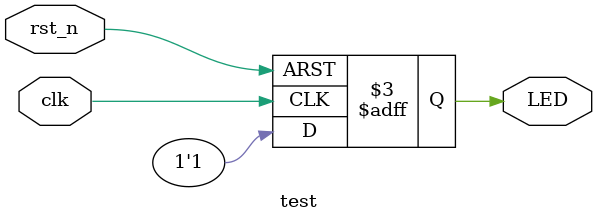
<source format=v>
module test(
	input clk,
	input rst_n,
	
	output reg LED
);

always@(posedge clk or negedge rst_n)begin
	if(!rst_n)
		LED <= 0;
	else
		LED <= 1;
end

endmodule
</source>
